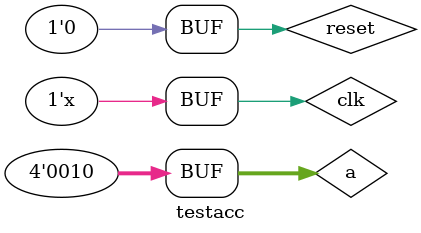
<source format=v>
`timescale 1ns / 1ps


module testacc;

	// Inputs
	reg [3:0] a;
	reg clk;
	reg reset;

	// Outputs
	wire c;
	wire [15:0] sum1;

	// Instantiate the Unit Under Test (UUT)
	accumulator uut (
		.a(a), 
		.clk(clk), 
		.reset(reset), 
		.c(c), 
		.sum(sum1)
	);
always #50 clk=~clk;
		
		
	initial begin
		// Initialize Inputs
		a = 0;
		clk = 0;
		reset = 1;
#100
		
		
		// Wait 100 ns for global reset to finish
		
        
		// Add stimulus here
		reset=0;
		a=4'd10;
		#100
		a=4'd2;
		#100
		a=4'd4;
		#100
		a=4'd6;
		#100
		a=4'd8;
		#100
		a=4'd2;

	end
	
      
endmodule


</source>
